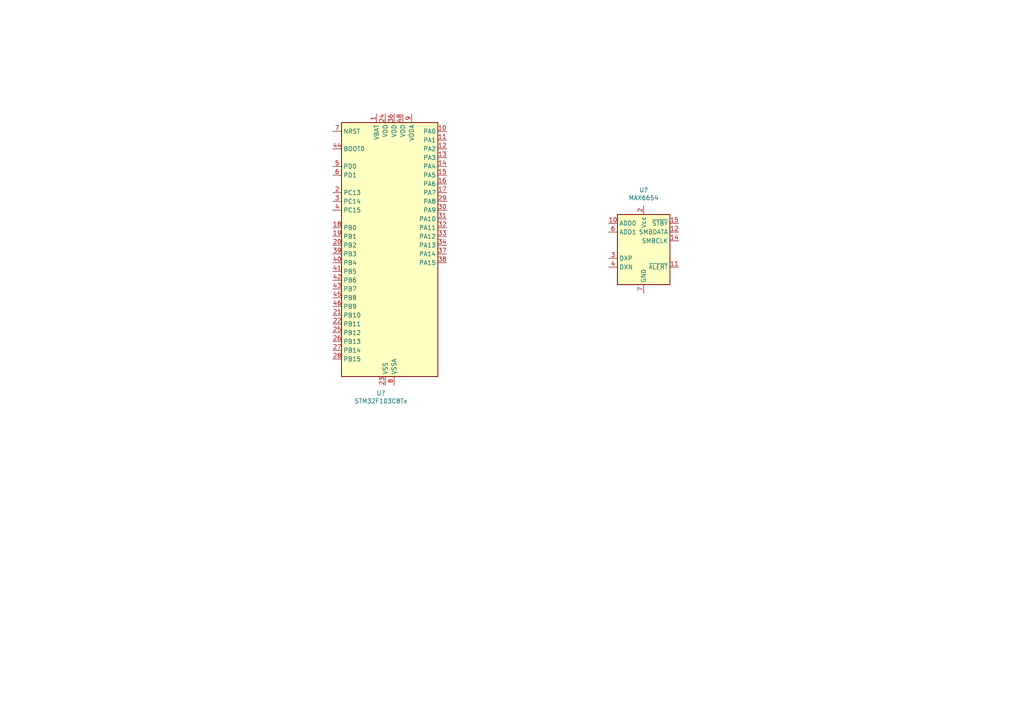
<source format=kicad_sch>
(kicad_sch (version 20231120) (generator "eeschema") (generator_version "8.0")
  (paper "A4")
  (lib_symbols
    (symbol "MCU_ST_STM32F1:STM32F103C8Tx"
      (property "Reference" "U" (at -12.7 39.37 0))
      (property "Value" "STM32F103C8Tx" (at 10.16 39.37 0))
      (symbol "STM32F103C8Tx_0_1"
        (rectangle (start -12.7 -35.56) (end 15.24 38.1) (stroke (width 0.254)) (fill (type background)))
      )
      (symbol "STM32F103C8Tx_1_1"
        (pin power_in line (at -2.54 40.64 270) (length 2.54) (name "VBAT") (number "1"))
        (pin bidirectional line (at 17.78 35.56 180) (length 2.54) (name "PA0") (number "10"))
        (pin bidirectional line (at 17.78 33.02 180) (length 2.54) (name "PA1") (number "11"))
        (pin bidirectional line (at 17.78 30.48 180) (length 2.54) (name "PA2") (number "12"))
        (pin bidirectional line (at 17.78 27.94 180) (length 2.54) (name "PA3") (number "13"))
        (pin bidirectional line (at 17.78 25.4 180) (length 2.54) (name "PA4") (number "14"))
        (pin bidirectional line (at 17.78 22.86 180) (length 2.54) (name "PA5") (number "15"))
        (pin bidirectional line (at 17.78 20.32 180) (length 2.54) (name "PA6") (number "16"))
        (pin bidirectional line (at 17.78 17.78 180) (length 2.54) (name "PA7") (number "17"))
        (pin bidirectional line (at -15.24 7.62 0) (length 2.54) (name "PB0") (number "18"))
        (pin bidirectional line (at -15.24 5.08 0) (length 2.54) (name "PB1") (number "19"))
        (pin bidirectional line (at -15.24 17.78 0) (length 2.54) (name "PC13") (number "2"))
        (pin bidirectional line (at -15.24 2.54 0) (length 2.54) (name "PB2") (number "20"))
        (pin bidirectional line (at -15.24 -17.78 0) (length 2.54) (name "PB10") (number "21"))
        (pin bidirectional line (at -15.24 -20.32 0) (length 2.54) (name "PB11") (number "22"))
        (pin power_in line (at 0 -38.1 90) (length 2.54) (name "VSS") (number "23"))
        (pin power_in line (at 0 40.64 270) (length 2.54) (name "VDD") (number "24"))
        (pin bidirectional line (at -15.24 -22.86 0) (length 2.54) (name "PB12") (number "25"))
        (pin bidirectional line (at -15.24 -25.4 0) (length 2.54) (name "PB13") (number "26"))
        (pin bidirectional line (at -15.24 -27.94 0) (length 2.54) (name "PB14") (number "27"))
        (pin bidirectional line (at -15.24 -30.48 0) (length 2.54) (name "PB15") (number "28"))
        (pin bidirectional line (at 17.78 15.24 180) (length 2.54) (name "PA8") (number "29"))
        (pin bidirectional line (at -15.24 15.24 0) (length 2.54) (name "PC14") (number "3"))
        (pin bidirectional line (at 17.78 12.7 180) (length 2.54) (name "PA9") (number "30"))
        (pin bidirectional line (at 17.78 10.16 180) (length 2.54) (name "PA10") (number "31"))
        (pin bidirectional line (at 17.78 7.62 180) (length 2.54) (name "PA11") (number "32"))
        (pin bidirectional line (at 17.78 5.08 180) (length 2.54) (name "PA12") (number "33"))
        (pin bidirectional line (at 17.78 2.54 180) (length 2.54) (name "PA13") (number "34"))
        (pin passive line (at 0 -38.1 90) (length 2.54) hide (name "VSS") (number "35"))
        (pin power_in line (at 2.54 40.64 270) (length 2.54) (name "VDD") (number "36"))
        (pin bidirectional line (at 17.78 0 180) (length 2.54) (name "PA14") (number "37"))
        (pin bidirectional line (at 17.78 -2.54 180) (length 2.54) (name "PA15") (number "38"))
        (pin bidirectional line (at -15.24 0 0) (length 2.54) (name "PB3") (number "39"))
        (pin bidirectional line (at -15.24 12.7 0) (length 2.54) (name "PC15") (number "4"))
        (pin bidirectional line (at -15.24 -2.54 0) (length 2.54) (name "PB4") (number "40"))
        (pin bidirectional line (at -15.24 -5.08 0) (length 2.54) (name "PB5") (number "41"))
        (pin bidirectional line (at -15.24 -7.62 0) (length 2.54) (name "PB6") (number "42"))
        (pin bidirectional line (at -15.24 -10.16 0) (length 2.54) (name "PB7") (number "43"))
        (pin input line (at -15.24 30.48 0) (length 2.54) (name "BOOT0") (number "44"))
        (pin bidirectional line (at -15.24 -12.7 0) (length 2.54) (name "PB8") (number "45"))
        (pin bidirectional line (at -15.24 -15.24 0) (length 2.54) (name "PB9") (number "46"))
        (pin passive line (at 0 -38.1 90) (length 2.54) hide (name "VSS") (number "47"))
        (pin power_in line (at 5.08 40.64 270) (length 2.54) (name "VDD") (number "48"))
        (pin bidirectional line (at -15.24 25.4 0) (length 2.54) (name "PD0") (number "5"))
        (pin bidirectional line (at -15.24 22.86 0) (length 2.54) (name "PD1") (number "6"))
        (pin input line (at -15.24 35.56 0) (length 2.54) (name "NRST") (number "7"))
        (pin power_in line (at 2.54 -38.1 90) (length 2.54) (name "VSSA") (number "8"))
        (pin power_in line (at 7.62 40.64 270) (length 2.54) (name "VDDA") (number "9"))
      )
    )
    (symbol "Sensor_Temperature:MAX6654"
      (property "Reference" "U" (at -7.62 11.43 0))
      (property "Value" "MAX6654" (at 1.27 11.43 0))
      (symbol "MAX6654_0_1"
        (rectangle (start -7.62 10.16) (end 7.62 -10.16) (stroke (width 0.254)) (fill (type background)))
      )
      (symbol "MAX6654_1_1"
        (pin no_connect line (at 7.62 0 180) (length 2.54) hide (name "NC") (number "1"))
        (pin input line (at -10.16 7.62 0) (length 2.54) (name "ADD0") (number "10"))
        (pin open_collector line (at 10.16 -5.08 180) (length 2.54) (name "~{ALERT}") (number "11"))
        (pin bidirectional line (at 10.16 5.08 180) (length 2.54) (name "SMBDATA") (number "12"))
        (pin no_connect line (at -7.62 2.54 0) (length 2.54) hide (name "NC") (number "13"))
        (pin input line (at 10.16 2.54 180) (length 2.54) (name "SMBCLK") (number "14"))
        (pin input line (at 10.16 7.62 180) (length 2.54) (name "~{STBY}") (number "15"))
        (pin no_connect line (at -7.62 0 0) (length 2.54) hide (name "NC") (number "16"))
        (pin power_in line (at 0 12.7 270) (length 2.54) (name "Vcc") (number "2"))
        (pin input line (at -10.16 -2.54 0) (length 2.54) (name "DXP") (number "3"))
        (pin input line (at -10.16 -5.08 0) (length 2.54) (name "DXN") (number "4"))
        (pin no_connect line (at 7.62 -2.54 180) (length 2.54) hide (name "NC") (number "5"))
        (pin input line (at -10.16 5.08 0) (length 2.54) (name "ADD1") (number "6"))
        (pin power_in line (at 0 -12.7 90) (length 2.54) (name "GND") (number "7"))
        (pin passive line (at 0 -12.7 90) (length 2.54) hide (name "GND") (number "8"))
        (pin no_connect line (at 7.62 -7.62 180) (length 2.54) hide (name "NC") (number "9"))
      )
    )
  )
  (symbol (lib_id "MCU_ST_STM32F1:STM32F103C8Tx") (at 111.76 73.66 0) (unit 1)
    (property "Reference" "U?" (at 110.49 114.0206 0))
    (property "Value" "STM32F103C8Tx" (at 110.49 116.332 0))
    (property "Footprint" "Package_QFP:LQFP-48_7x7mm_P0.5mm" (effects (hide yes)))
    (property "Datasheet" "http://www.st.com/st-web-ui/static/active/en/resource/technical/document/datasheet/CD00161566.pdf" (effects (hide yes)))
  )
  (symbol (lib_id "Sensor_Temperature:MAX6654") (at 186.69 72.39 0) (unit 1)
    (property "Reference" "U?" (at 186.69 55.0926 0))
    (property "Value" "MAX6654" (at 186.69 57.404 0))
    (property "Footprint" "Package_SO:SSOP-16_3.9x4.9mm_P0.635mm" (effects (hide yes)))
    (property "Datasheet" "https://datasheets.maximintegrated.com/en/ds/MAX6654.pdf" (effects (hide yes)))
  )
)
</source>
